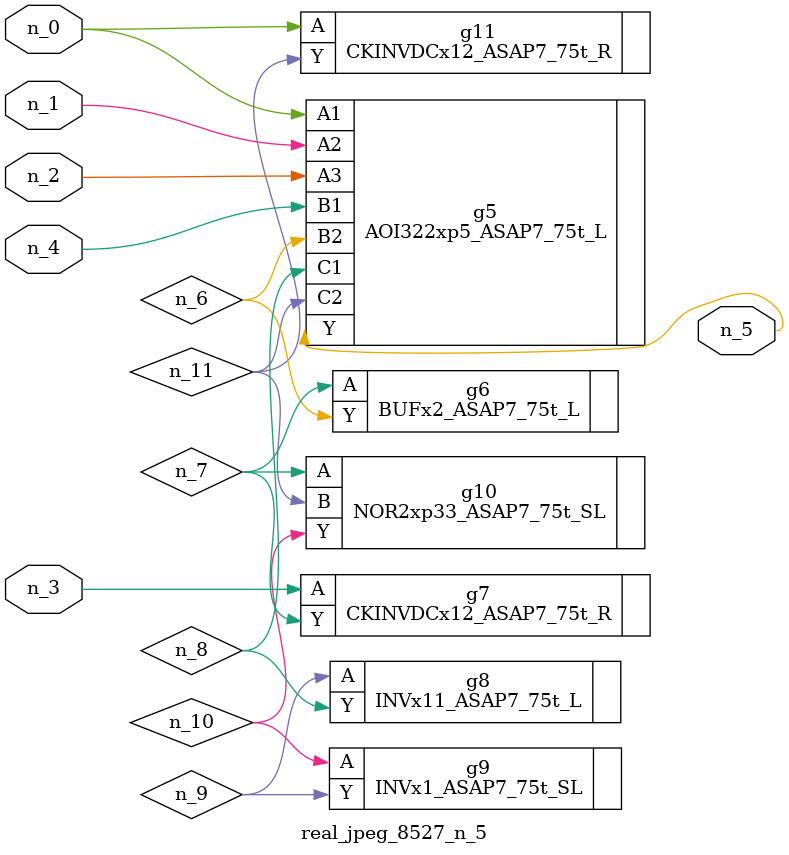
<source format=v>
module real_jpeg_8527_n_5 (n_4, n_0, n_1, n_2, n_3, n_5);

input n_4;
input n_0;
input n_1;
input n_2;
input n_3;

output n_5;

wire n_8;
wire n_11;
wire n_6;
wire n_7;
wire n_10;
wire n_9;

AOI322xp5_ASAP7_75t_L g5 ( 
.A1(n_0),
.A2(n_1),
.A3(n_2),
.B1(n_4),
.B2(n_6),
.C1(n_8),
.C2(n_11),
.Y(n_5)
);

CKINVDCx12_ASAP7_75t_R g11 ( 
.A(n_0),
.Y(n_11)
);

CKINVDCx12_ASAP7_75t_R g7 ( 
.A(n_3),
.Y(n_7)
);

BUFx2_ASAP7_75t_L g6 ( 
.A(n_7),
.Y(n_6)
);

NOR2xp33_ASAP7_75t_SL g10 ( 
.A(n_7),
.B(n_11),
.Y(n_10)
);

INVx11_ASAP7_75t_L g8 ( 
.A(n_9),
.Y(n_8)
);

INVx1_ASAP7_75t_SL g9 ( 
.A(n_10),
.Y(n_9)
);


endmodule
</source>
